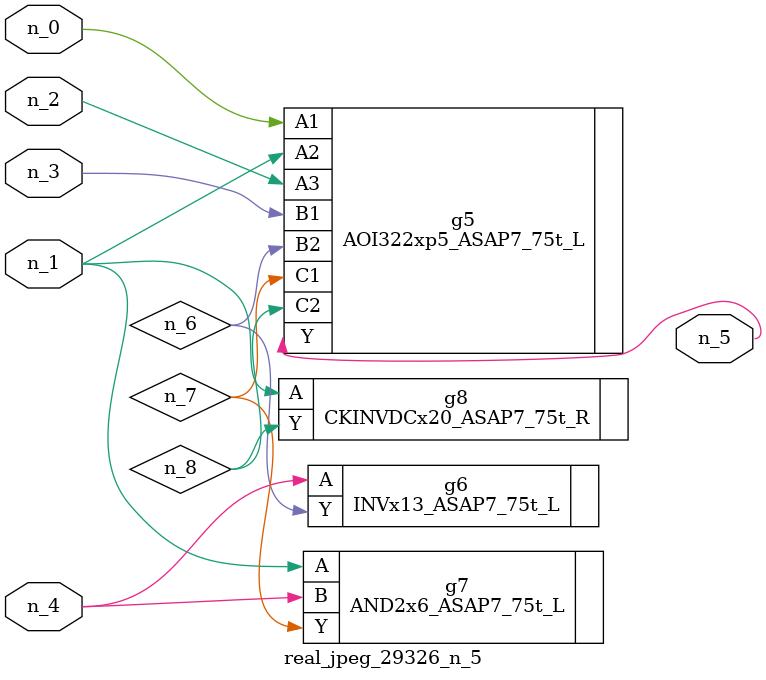
<source format=v>
module real_jpeg_29326_n_5 (n_4, n_0, n_1, n_2, n_3, n_5);

input n_4;
input n_0;
input n_1;
input n_2;
input n_3;

output n_5;

wire n_8;
wire n_6;
wire n_7;

AOI322xp5_ASAP7_75t_L g5 ( 
.A1(n_0),
.A2(n_1),
.A3(n_2),
.B1(n_3),
.B2(n_6),
.C1(n_7),
.C2(n_8),
.Y(n_5)
);

AND2x6_ASAP7_75t_L g7 ( 
.A(n_1),
.B(n_4),
.Y(n_7)
);

CKINVDCx20_ASAP7_75t_R g8 ( 
.A(n_1),
.Y(n_8)
);

INVx13_ASAP7_75t_L g6 ( 
.A(n_4),
.Y(n_6)
);


endmodule
</source>
